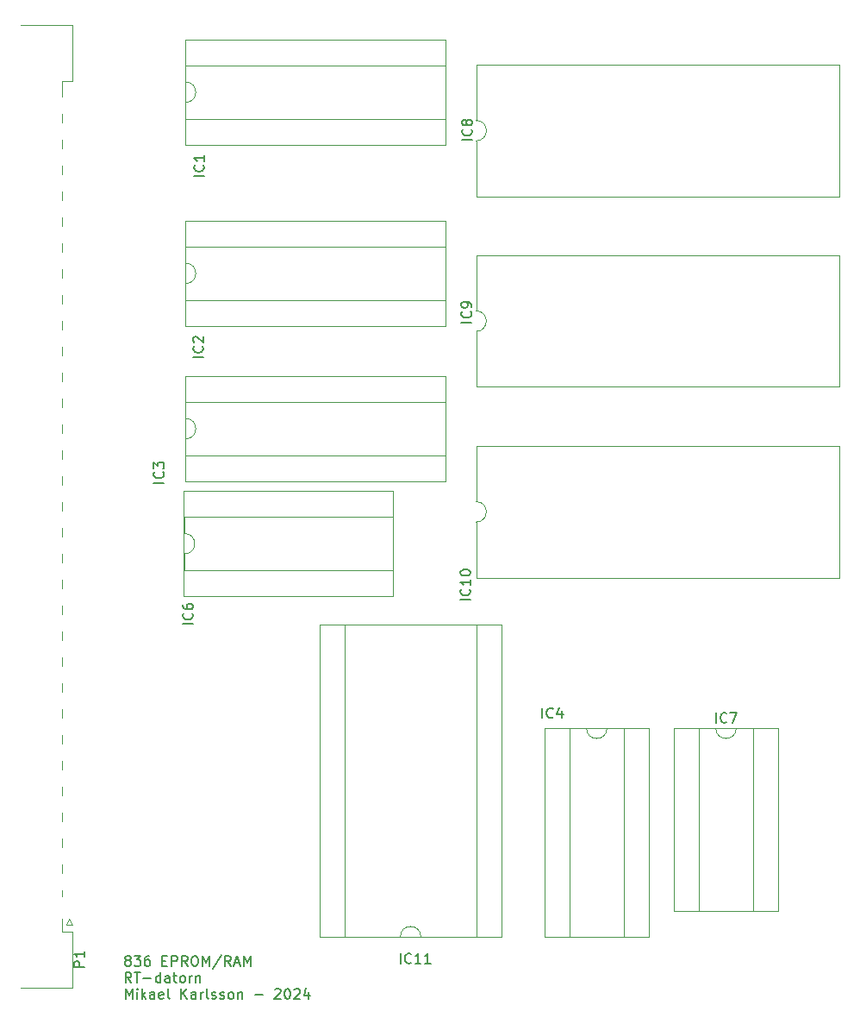
<source format=gbr>
%TF.GenerationSoftware,KiCad,Pcbnew,7.0.9*%
%TF.CreationDate,2024-04-21T12:45:51+02:00*%
%TF.ProjectId,C_-836,43c52d38-3336-42e6-9b69-6361645f7063,rev?*%
%TF.SameCoordinates,Original*%
%TF.FileFunction,Legend,Top*%
%TF.FilePolarity,Positive*%
%FSLAX46Y46*%
G04 Gerber Fmt 4.6, Leading zero omitted, Abs format (unit mm)*
G04 Created by KiCad (PCBNEW 7.0.9) date 2024-04-21 12:45:51*
%MOMM*%
%LPD*%
G01*
G04 APERTURE LIST*
%ADD10C,0.150000*%
%ADD11C,0.120000*%
G04 APERTURE END LIST*
D10*
X55546836Y-130291990D02*
X55451598Y-130244371D01*
X55451598Y-130244371D02*
X55403979Y-130196752D01*
X55403979Y-130196752D02*
X55356360Y-130101514D01*
X55356360Y-130101514D02*
X55356360Y-130053895D01*
X55356360Y-130053895D02*
X55403979Y-129958657D01*
X55403979Y-129958657D02*
X55451598Y-129911038D01*
X55451598Y-129911038D02*
X55546836Y-129863419D01*
X55546836Y-129863419D02*
X55737312Y-129863419D01*
X55737312Y-129863419D02*
X55832550Y-129911038D01*
X55832550Y-129911038D02*
X55880169Y-129958657D01*
X55880169Y-129958657D02*
X55927788Y-130053895D01*
X55927788Y-130053895D02*
X55927788Y-130101514D01*
X55927788Y-130101514D02*
X55880169Y-130196752D01*
X55880169Y-130196752D02*
X55832550Y-130244371D01*
X55832550Y-130244371D02*
X55737312Y-130291990D01*
X55737312Y-130291990D02*
X55546836Y-130291990D01*
X55546836Y-130291990D02*
X55451598Y-130339609D01*
X55451598Y-130339609D02*
X55403979Y-130387228D01*
X55403979Y-130387228D02*
X55356360Y-130482466D01*
X55356360Y-130482466D02*
X55356360Y-130672942D01*
X55356360Y-130672942D02*
X55403979Y-130768180D01*
X55403979Y-130768180D02*
X55451598Y-130815800D01*
X55451598Y-130815800D02*
X55546836Y-130863419D01*
X55546836Y-130863419D02*
X55737312Y-130863419D01*
X55737312Y-130863419D02*
X55832550Y-130815800D01*
X55832550Y-130815800D02*
X55880169Y-130768180D01*
X55880169Y-130768180D02*
X55927788Y-130672942D01*
X55927788Y-130672942D02*
X55927788Y-130482466D01*
X55927788Y-130482466D02*
X55880169Y-130387228D01*
X55880169Y-130387228D02*
X55832550Y-130339609D01*
X55832550Y-130339609D02*
X55737312Y-130291990D01*
X56261122Y-129863419D02*
X56880169Y-129863419D01*
X56880169Y-129863419D02*
X56546836Y-130244371D01*
X56546836Y-130244371D02*
X56689693Y-130244371D01*
X56689693Y-130244371D02*
X56784931Y-130291990D01*
X56784931Y-130291990D02*
X56832550Y-130339609D01*
X56832550Y-130339609D02*
X56880169Y-130434847D01*
X56880169Y-130434847D02*
X56880169Y-130672942D01*
X56880169Y-130672942D02*
X56832550Y-130768180D01*
X56832550Y-130768180D02*
X56784931Y-130815800D01*
X56784931Y-130815800D02*
X56689693Y-130863419D01*
X56689693Y-130863419D02*
X56403979Y-130863419D01*
X56403979Y-130863419D02*
X56308741Y-130815800D01*
X56308741Y-130815800D02*
X56261122Y-130768180D01*
X57737312Y-129863419D02*
X57546836Y-129863419D01*
X57546836Y-129863419D02*
X57451598Y-129911038D01*
X57451598Y-129911038D02*
X57403979Y-129958657D01*
X57403979Y-129958657D02*
X57308741Y-130101514D01*
X57308741Y-130101514D02*
X57261122Y-130291990D01*
X57261122Y-130291990D02*
X57261122Y-130672942D01*
X57261122Y-130672942D02*
X57308741Y-130768180D01*
X57308741Y-130768180D02*
X57356360Y-130815800D01*
X57356360Y-130815800D02*
X57451598Y-130863419D01*
X57451598Y-130863419D02*
X57642074Y-130863419D01*
X57642074Y-130863419D02*
X57737312Y-130815800D01*
X57737312Y-130815800D02*
X57784931Y-130768180D01*
X57784931Y-130768180D02*
X57832550Y-130672942D01*
X57832550Y-130672942D02*
X57832550Y-130434847D01*
X57832550Y-130434847D02*
X57784931Y-130339609D01*
X57784931Y-130339609D02*
X57737312Y-130291990D01*
X57737312Y-130291990D02*
X57642074Y-130244371D01*
X57642074Y-130244371D02*
X57451598Y-130244371D01*
X57451598Y-130244371D02*
X57356360Y-130291990D01*
X57356360Y-130291990D02*
X57308741Y-130339609D01*
X57308741Y-130339609D02*
X57261122Y-130434847D01*
X59023027Y-130339609D02*
X59356360Y-130339609D01*
X59499217Y-130863419D02*
X59023027Y-130863419D01*
X59023027Y-130863419D02*
X59023027Y-129863419D01*
X59023027Y-129863419D02*
X59499217Y-129863419D01*
X59927789Y-130863419D02*
X59927789Y-129863419D01*
X59927789Y-129863419D02*
X60308741Y-129863419D01*
X60308741Y-129863419D02*
X60403979Y-129911038D01*
X60403979Y-129911038D02*
X60451598Y-129958657D01*
X60451598Y-129958657D02*
X60499217Y-130053895D01*
X60499217Y-130053895D02*
X60499217Y-130196752D01*
X60499217Y-130196752D02*
X60451598Y-130291990D01*
X60451598Y-130291990D02*
X60403979Y-130339609D01*
X60403979Y-130339609D02*
X60308741Y-130387228D01*
X60308741Y-130387228D02*
X59927789Y-130387228D01*
X61499217Y-130863419D02*
X61165884Y-130387228D01*
X60927789Y-130863419D02*
X60927789Y-129863419D01*
X60927789Y-129863419D02*
X61308741Y-129863419D01*
X61308741Y-129863419D02*
X61403979Y-129911038D01*
X61403979Y-129911038D02*
X61451598Y-129958657D01*
X61451598Y-129958657D02*
X61499217Y-130053895D01*
X61499217Y-130053895D02*
X61499217Y-130196752D01*
X61499217Y-130196752D02*
X61451598Y-130291990D01*
X61451598Y-130291990D02*
X61403979Y-130339609D01*
X61403979Y-130339609D02*
X61308741Y-130387228D01*
X61308741Y-130387228D02*
X60927789Y-130387228D01*
X62118265Y-129863419D02*
X62308741Y-129863419D01*
X62308741Y-129863419D02*
X62403979Y-129911038D01*
X62403979Y-129911038D02*
X62499217Y-130006276D01*
X62499217Y-130006276D02*
X62546836Y-130196752D01*
X62546836Y-130196752D02*
X62546836Y-130530085D01*
X62546836Y-130530085D02*
X62499217Y-130720561D01*
X62499217Y-130720561D02*
X62403979Y-130815800D01*
X62403979Y-130815800D02*
X62308741Y-130863419D01*
X62308741Y-130863419D02*
X62118265Y-130863419D01*
X62118265Y-130863419D02*
X62023027Y-130815800D01*
X62023027Y-130815800D02*
X61927789Y-130720561D01*
X61927789Y-130720561D02*
X61880170Y-130530085D01*
X61880170Y-130530085D02*
X61880170Y-130196752D01*
X61880170Y-130196752D02*
X61927789Y-130006276D01*
X61927789Y-130006276D02*
X62023027Y-129911038D01*
X62023027Y-129911038D02*
X62118265Y-129863419D01*
X62975408Y-130863419D02*
X62975408Y-129863419D01*
X62975408Y-129863419D02*
X63308741Y-130577704D01*
X63308741Y-130577704D02*
X63642074Y-129863419D01*
X63642074Y-129863419D02*
X63642074Y-130863419D01*
X64832550Y-129815800D02*
X63975408Y-131101514D01*
X65737312Y-130863419D02*
X65403979Y-130387228D01*
X65165884Y-130863419D02*
X65165884Y-129863419D01*
X65165884Y-129863419D02*
X65546836Y-129863419D01*
X65546836Y-129863419D02*
X65642074Y-129911038D01*
X65642074Y-129911038D02*
X65689693Y-129958657D01*
X65689693Y-129958657D02*
X65737312Y-130053895D01*
X65737312Y-130053895D02*
X65737312Y-130196752D01*
X65737312Y-130196752D02*
X65689693Y-130291990D01*
X65689693Y-130291990D02*
X65642074Y-130339609D01*
X65642074Y-130339609D02*
X65546836Y-130387228D01*
X65546836Y-130387228D02*
X65165884Y-130387228D01*
X66118265Y-130577704D02*
X66594455Y-130577704D01*
X66023027Y-130863419D02*
X66356360Y-129863419D01*
X66356360Y-129863419D02*
X66689693Y-130863419D01*
X67023027Y-130863419D02*
X67023027Y-129863419D01*
X67023027Y-129863419D02*
X67356360Y-130577704D01*
X67356360Y-130577704D02*
X67689693Y-129863419D01*
X67689693Y-129863419D02*
X67689693Y-130863419D01*
X55975407Y-132473419D02*
X55642074Y-131997228D01*
X55403979Y-132473419D02*
X55403979Y-131473419D01*
X55403979Y-131473419D02*
X55784931Y-131473419D01*
X55784931Y-131473419D02*
X55880169Y-131521038D01*
X55880169Y-131521038D02*
X55927788Y-131568657D01*
X55927788Y-131568657D02*
X55975407Y-131663895D01*
X55975407Y-131663895D02*
X55975407Y-131806752D01*
X55975407Y-131806752D02*
X55927788Y-131901990D01*
X55927788Y-131901990D02*
X55880169Y-131949609D01*
X55880169Y-131949609D02*
X55784931Y-131997228D01*
X55784931Y-131997228D02*
X55403979Y-131997228D01*
X56261122Y-131473419D02*
X56832550Y-131473419D01*
X56546836Y-132473419D02*
X56546836Y-131473419D01*
X57165884Y-132092466D02*
X57927789Y-132092466D01*
X58832550Y-132473419D02*
X58832550Y-131473419D01*
X58832550Y-132425800D02*
X58737312Y-132473419D01*
X58737312Y-132473419D02*
X58546836Y-132473419D01*
X58546836Y-132473419D02*
X58451598Y-132425800D01*
X58451598Y-132425800D02*
X58403979Y-132378180D01*
X58403979Y-132378180D02*
X58356360Y-132282942D01*
X58356360Y-132282942D02*
X58356360Y-131997228D01*
X58356360Y-131997228D02*
X58403979Y-131901990D01*
X58403979Y-131901990D02*
X58451598Y-131854371D01*
X58451598Y-131854371D02*
X58546836Y-131806752D01*
X58546836Y-131806752D02*
X58737312Y-131806752D01*
X58737312Y-131806752D02*
X58832550Y-131854371D01*
X59737312Y-132473419D02*
X59737312Y-131949609D01*
X59737312Y-131949609D02*
X59689693Y-131854371D01*
X59689693Y-131854371D02*
X59594455Y-131806752D01*
X59594455Y-131806752D02*
X59403979Y-131806752D01*
X59403979Y-131806752D02*
X59308741Y-131854371D01*
X59737312Y-132425800D02*
X59642074Y-132473419D01*
X59642074Y-132473419D02*
X59403979Y-132473419D01*
X59403979Y-132473419D02*
X59308741Y-132425800D01*
X59308741Y-132425800D02*
X59261122Y-132330561D01*
X59261122Y-132330561D02*
X59261122Y-132235323D01*
X59261122Y-132235323D02*
X59308741Y-132140085D01*
X59308741Y-132140085D02*
X59403979Y-132092466D01*
X59403979Y-132092466D02*
X59642074Y-132092466D01*
X59642074Y-132092466D02*
X59737312Y-132044847D01*
X60070646Y-131806752D02*
X60451598Y-131806752D01*
X60213503Y-131473419D02*
X60213503Y-132330561D01*
X60213503Y-132330561D02*
X60261122Y-132425800D01*
X60261122Y-132425800D02*
X60356360Y-132473419D01*
X60356360Y-132473419D02*
X60451598Y-132473419D01*
X60927789Y-132473419D02*
X60832551Y-132425800D01*
X60832551Y-132425800D02*
X60784932Y-132378180D01*
X60784932Y-132378180D02*
X60737313Y-132282942D01*
X60737313Y-132282942D02*
X60737313Y-131997228D01*
X60737313Y-131997228D02*
X60784932Y-131901990D01*
X60784932Y-131901990D02*
X60832551Y-131854371D01*
X60832551Y-131854371D02*
X60927789Y-131806752D01*
X60927789Y-131806752D02*
X61070646Y-131806752D01*
X61070646Y-131806752D02*
X61165884Y-131854371D01*
X61165884Y-131854371D02*
X61213503Y-131901990D01*
X61213503Y-131901990D02*
X61261122Y-131997228D01*
X61261122Y-131997228D02*
X61261122Y-132282942D01*
X61261122Y-132282942D02*
X61213503Y-132378180D01*
X61213503Y-132378180D02*
X61165884Y-132425800D01*
X61165884Y-132425800D02*
X61070646Y-132473419D01*
X61070646Y-132473419D02*
X60927789Y-132473419D01*
X61689694Y-132473419D02*
X61689694Y-131806752D01*
X61689694Y-131997228D02*
X61737313Y-131901990D01*
X61737313Y-131901990D02*
X61784932Y-131854371D01*
X61784932Y-131854371D02*
X61880170Y-131806752D01*
X61880170Y-131806752D02*
X61975408Y-131806752D01*
X62308742Y-131806752D02*
X62308742Y-132473419D01*
X62308742Y-131901990D02*
X62356361Y-131854371D01*
X62356361Y-131854371D02*
X62451599Y-131806752D01*
X62451599Y-131806752D02*
X62594456Y-131806752D01*
X62594456Y-131806752D02*
X62689694Y-131854371D01*
X62689694Y-131854371D02*
X62737313Y-131949609D01*
X62737313Y-131949609D02*
X62737313Y-132473419D01*
X55403979Y-134083419D02*
X55403979Y-133083419D01*
X55403979Y-133083419D02*
X55737312Y-133797704D01*
X55737312Y-133797704D02*
X56070645Y-133083419D01*
X56070645Y-133083419D02*
X56070645Y-134083419D01*
X56546836Y-134083419D02*
X56546836Y-133416752D01*
X56546836Y-133083419D02*
X56499217Y-133131038D01*
X56499217Y-133131038D02*
X56546836Y-133178657D01*
X56546836Y-133178657D02*
X56594455Y-133131038D01*
X56594455Y-133131038D02*
X56546836Y-133083419D01*
X56546836Y-133083419D02*
X56546836Y-133178657D01*
X57023026Y-134083419D02*
X57023026Y-133083419D01*
X57118264Y-133702466D02*
X57403978Y-134083419D01*
X57403978Y-133416752D02*
X57023026Y-133797704D01*
X58261121Y-134083419D02*
X58261121Y-133559609D01*
X58261121Y-133559609D02*
X58213502Y-133464371D01*
X58213502Y-133464371D02*
X58118264Y-133416752D01*
X58118264Y-133416752D02*
X57927788Y-133416752D01*
X57927788Y-133416752D02*
X57832550Y-133464371D01*
X58261121Y-134035800D02*
X58165883Y-134083419D01*
X58165883Y-134083419D02*
X57927788Y-134083419D01*
X57927788Y-134083419D02*
X57832550Y-134035800D01*
X57832550Y-134035800D02*
X57784931Y-133940561D01*
X57784931Y-133940561D02*
X57784931Y-133845323D01*
X57784931Y-133845323D02*
X57832550Y-133750085D01*
X57832550Y-133750085D02*
X57927788Y-133702466D01*
X57927788Y-133702466D02*
X58165883Y-133702466D01*
X58165883Y-133702466D02*
X58261121Y-133654847D01*
X59118264Y-134035800D02*
X59023026Y-134083419D01*
X59023026Y-134083419D02*
X58832550Y-134083419D01*
X58832550Y-134083419D02*
X58737312Y-134035800D01*
X58737312Y-134035800D02*
X58689693Y-133940561D01*
X58689693Y-133940561D02*
X58689693Y-133559609D01*
X58689693Y-133559609D02*
X58737312Y-133464371D01*
X58737312Y-133464371D02*
X58832550Y-133416752D01*
X58832550Y-133416752D02*
X59023026Y-133416752D01*
X59023026Y-133416752D02*
X59118264Y-133464371D01*
X59118264Y-133464371D02*
X59165883Y-133559609D01*
X59165883Y-133559609D02*
X59165883Y-133654847D01*
X59165883Y-133654847D02*
X58689693Y-133750085D01*
X59737312Y-134083419D02*
X59642074Y-134035800D01*
X59642074Y-134035800D02*
X59594455Y-133940561D01*
X59594455Y-133940561D02*
X59594455Y-133083419D01*
X60880170Y-134083419D02*
X60880170Y-133083419D01*
X61451598Y-134083419D02*
X61023027Y-133511990D01*
X61451598Y-133083419D02*
X60880170Y-133654847D01*
X62308741Y-134083419D02*
X62308741Y-133559609D01*
X62308741Y-133559609D02*
X62261122Y-133464371D01*
X62261122Y-133464371D02*
X62165884Y-133416752D01*
X62165884Y-133416752D02*
X61975408Y-133416752D01*
X61975408Y-133416752D02*
X61880170Y-133464371D01*
X62308741Y-134035800D02*
X62213503Y-134083419D01*
X62213503Y-134083419D02*
X61975408Y-134083419D01*
X61975408Y-134083419D02*
X61880170Y-134035800D01*
X61880170Y-134035800D02*
X61832551Y-133940561D01*
X61832551Y-133940561D02*
X61832551Y-133845323D01*
X61832551Y-133845323D02*
X61880170Y-133750085D01*
X61880170Y-133750085D02*
X61975408Y-133702466D01*
X61975408Y-133702466D02*
X62213503Y-133702466D01*
X62213503Y-133702466D02*
X62308741Y-133654847D01*
X62784932Y-134083419D02*
X62784932Y-133416752D01*
X62784932Y-133607228D02*
X62832551Y-133511990D01*
X62832551Y-133511990D02*
X62880170Y-133464371D01*
X62880170Y-133464371D02*
X62975408Y-133416752D01*
X62975408Y-133416752D02*
X63070646Y-133416752D01*
X63546837Y-134083419D02*
X63451599Y-134035800D01*
X63451599Y-134035800D02*
X63403980Y-133940561D01*
X63403980Y-133940561D02*
X63403980Y-133083419D01*
X63880171Y-134035800D02*
X63975409Y-134083419D01*
X63975409Y-134083419D02*
X64165885Y-134083419D01*
X64165885Y-134083419D02*
X64261123Y-134035800D01*
X64261123Y-134035800D02*
X64308742Y-133940561D01*
X64308742Y-133940561D02*
X64308742Y-133892942D01*
X64308742Y-133892942D02*
X64261123Y-133797704D01*
X64261123Y-133797704D02*
X64165885Y-133750085D01*
X64165885Y-133750085D02*
X64023028Y-133750085D01*
X64023028Y-133750085D02*
X63927790Y-133702466D01*
X63927790Y-133702466D02*
X63880171Y-133607228D01*
X63880171Y-133607228D02*
X63880171Y-133559609D01*
X63880171Y-133559609D02*
X63927790Y-133464371D01*
X63927790Y-133464371D02*
X64023028Y-133416752D01*
X64023028Y-133416752D02*
X64165885Y-133416752D01*
X64165885Y-133416752D02*
X64261123Y-133464371D01*
X64689695Y-134035800D02*
X64784933Y-134083419D01*
X64784933Y-134083419D02*
X64975409Y-134083419D01*
X64975409Y-134083419D02*
X65070647Y-134035800D01*
X65070647Y-134035800D02*
X65118266Y-133940561D01*
X65118266Y-133940561D02*
X65118266Y-133892942D01*
X65118266Y-133892942D02*
X65070647Y-133797704D01*
X65070647Y-133797704D02*
X64975409Y-133750085D01*
X64975409Y-133750085D02*
X64832552Y-133750085D01*
X64832552Y-133750085D02*
X64737314Y-133702466D01*
X64737314Y-133702466D02*
X64689695Y-133607228D01*
X64689695Y-133607228D02*
X64689695Y-133559609D01*
X64689695Y-133559609D02*
X64737314Y-133464371D01*
X64737314Y-133464371D02*
X64832552Y-133416752D01*
X64832552Y-133416752D02*
X64975409Y-133416752D01*
X64975409Y-133416752D02*
X65070647Y-133464371D01*
X65689695Y-134083419D02*
X65594457Y-134035800D01*
X65594457Y-134035800D02*
X65546838Y-133988180D01*
X65546838Y-133988180D02*
X65499219Y-133892942D01*
X65499219Y-133892942D02*
X65499219Y-133607228D01*
X65499219Y-133607228D02*
X65546838Y-133511990D01*
X65546838Y-133511990D02*
X65594457Y-133464371D01*
X65594457Y-133464371D02*
X65689695Y-133416752D01*
X65689695Y-133416752D02*
X65832552Y-133416752D01*
X65832552Y-133416752D02*
X65927790Y-133464371D01*
X65927790Y-133464371D02*
X65975409Y-133511990D01*
X65975409Y-133511990D02*
X66023028Y-133607228D01*
X66023028Y-133607228D02*
X66023028Y-133892942D01*
X66023028Y-133892942D02*
X65975409Y-133988180D01*
X65975409Y-133988180D02*
X65927790Y-134035800D01*
X65927790Y-134035800D02*
X65832552Y-134083419D01*
X65832552Y-134083419D02*
X65689695Y-134083419D01*
X66451600Y-133416752D02*
X66451600Y-134083419D01*
X66451600Y-133511990D02*
X66499219Y-133464371D01*
X66499219Y-133464371D02*
X66594457Y-133416752D01*
X66594457Y-133416752D02*
X66737314Y-133416752D01*
X66737314Y-133416752D02*
X66832552Y-133464371D01*
X66832552Y-133464371D02*
X66880171Y-133559609D01*
X66880171Y-133559609D02*
X66880171Y-134083419D01*
X68118267Y-133702466D02*
X68880172Y-133702466D01*
X70070648Y-133178657D02*
X70118267Y-133131038D01*
X70118267Y-133131038D02*
X70213505Y-133083419D01*
X70213505Y-133083419D02*
X70451600Y-133083419D01*
X70451600Y-133083419D02*
X70546838Y-133131038D01*
X70546838Y-133131038D02*
X70594457Y-133178657D01*
X70594457Y-133178657D02*
X70642076Y-133273895D01*
X70642076Y-133273895D02*
X70642076Y-133369133D01*
X70642076Y-133369133D02*
X70594457Y-133511990D01*
X70594457Y-133511990D02*
X70023029Y-134083419D01*
X70023029Y-134083419D02*
X70642076Y-134083419D01*
X71261124Y-133083419D02*
X71356362Y-133083419D01*
X71356362Y-133083419D02*
X71451600Y-133131038D01*
X71451600Y-133131038D02*
X71499219Y-133178657D01*
X71499219Y-133178657D02*
X71546838Y-133273895D01*
X71546838Y-133273895D02*
X71594457Y-133464371D01*
X71594457Y-133464371D02*
X71594457Y-133702466D01*
X71594457Y-133702466D02*
X71546838Y-133892942D01*
X71546838Y-133892942D02*
X71499219Y-133988180D01*
X71499219Y-133988180D02*
X71451600Y-134035800D01*
X71451600Y-134035800D02*
X71356362Y-134083419D01*
X71356362Y-134083419D02*
X71261124Y-134083419D01*
X71261124Y-134083419D02*
X71165886Y-134035800D01*
X71165886Y-134035800D02*
X71118267Y-133988180D01*
X71118267Y-133988180D02*
X71070648Y-133892942D01*
X71070648Y-133892942D02*
X71023029Y-133702466D01*
X71023029Y-133702466D02*
X71023029Y-133464371D01*
X71023029Y-133464371D02*
X71070648Y-133273895D01*
X71070648Y-133273895D02*
X71118267Y-133178657D01*
X71118267Y-133178657D02*
X71165886Y-133131038D01*
X71165886Y-133131038D02*
X71261124Y-133083419D01*
X71975410Y-133178657D02*
X72023029Y-133131038D01*
X72023029Y-133131038D02*
X72118267Y-133083419D01*
X72118267Y-133083419D02*
X72356362Y-133083419D01*
X72356362Y-133083419D02*
X72451600Y-133131038D01*
X72451600Y-133131038D02*
X72499219Y-133178657D01*
X72499219Y-133178657D02*
X72546838Y-133273895D01*
X72546838Y-133273895D02*
X72546838Y-133369133D01*
X72546838Y-133369133D02*
X72499219Y-133511990D01*
X72499219Y-133511990D02*
X71927791Y-134083419D01*
X71927791Y-134083419D02*
X72546838Y-134083419D01*
X73403981Y-133416752D02*
X73403981Y-134083419D01*
X73165886Y-133035800D02*
X72927791Y-133750085D01*
X72927791Y-133750085D02*
X73546838Y-133750085D01*
X89456419Y-49794989D02*
X88456419Y-49794989D01*
X89361180Y-48747371D02*
X89408800Y-48794990D01*
X89408800Y-48794990D02*
X89456419Y-48937847D01*
X89456419Y-48937847D02*
X89456419Y-49033085D01*
X89456419Y-49033085D02*
X89408800Y-49175942D01*
X89408800Y-49175942D02*
X89313561Y-49271180D01*
X89313561Y-49271180D02*
X89218323Y-49318799D01*
X89218323Y-49318799D02*
X89027847Y-49366418D01*
X89027847Y-49366418D02*
X88884990Y-49366418D01*
X88884990Y-49366418D02*
X88694514Y-49318799D01*
X88694514Y-49318799D02*
X88599276Y-49271180D01*
X88599276Y-49271180D02*
X88504038Y-49175942D01*
X88504038Y-49175942D02*
X88456419Y-49033085D01*
X88456419Y-49033085D02*
X88456419Y-48937847D01*
X88456419Y-48937847D02*
X88504038Y-48794990D01*
X88504038Y-48794990D02*
X88551657Y-48747371D01*
X88884990Y-48175942D02*
X88837371Y-48271180D01*
X88837371Y-48271180D02*
X88789752Y-48318799D01*
X88789752Y-48318799D02*
X88694514Y-48366418D01*
X88694514Y-48366418D02*
X88646895Y-48366418D01*
X88646895Y-48366418D02*
X88551657Y-48318799D01*
X88551657Y-48318799D02*
X88504038Y-48271180D01*
X88504038Y-48271180D02*
X88456419Y-48175942D01*
X88456419Y-48175942D02*
X88456419Y-47985466D01*
X88456419Y-47985466D02*
X88504038Y-47890228D01*
X88504038Y-47890228D02*
X88551657Y-47842609D01*
X88551657Y-47842609D02*
X88646895Y-47794990D01*
X88646895Y-47794990D02*
X88694514Y-47794990D01*
X88694514Y-47794990D02*
X88789752Y-47842609D01*
X88789752Y-47842609D02*
X88837371Y-47890228D01*
X88837371Y-47890228D02*
X88884990Y-47985466D01*
X88884990Y-47985466D02*
X88884990Y-48175942D01*
X88884990Y-48175942D02*
X88932609Y-48271180D01*
X88932609Y-48271180D02*
X88980228Y-48318799D01*
X88980228Y-48318799D02*
X89075466Y-48366418D01*
X89075466Y-48366418D02*
X89265942Y-48366418D01*
X89265942Y-48366418D02*
X89361180Y-48318799D01*
X89361180Y-48318799D02*
X89408800Y-48271180D01*
X89408800Y-48271180D02*
X89456419Y-48175942D01*
X89456419Y-48175942D02*
X89456419Y-47985466D01*
X89456419Y-47985466D02*
X89408800Y-47890228D01*
X89408800Y-47890228D02*
X89361180Y-47842609D01*
X89361180Y-47842609D02*
X89265942Y-47794990D01*
X89265942Y-47794990D02*
X89075466Y-47794990D01*
X89075466Y-47794990D02*
X88980228Y-47842609D01*
X88980228Y-47842609D02*
X88932609Y-47890228D01*
X88932609Y-47890228D02*
X88884990Y-47985466D01*
X82418419Y-130604419D02*
X82418419Y-129604419D01*
X83466037Y-130509180D02*
X83418418Y-130556800D01*
X83418418Y-130556800D02*
X83275561Y-130604419D01*
X83275561Y-130604419D02*
X83180323Y-130604419D01*
X83180323Y-130604419D02*
X83037466Y-130556800D01*
X83037466Y-130556800D02*
X82942228Y-130461561D01*
X82942228Y-130461561D02*
X82894609Y-130366323D01*
X82894609Y-130366323D02*
X82846990Y-130175847D01*
X82846990Y-130175847D02*
X82846990Y-130032990D01*
X82846990Y-130032990D02*
X82894609Y-129842514D01*
X82894609Y-129842514D02*
X82942228Y-129747276D01*
X82942228Y-129747276D02*
X83037466Y-129652038D01*
X83037466Y-129652038D02*
X83180323Y-129604419D01*
X83180323Y-129604419D02*
X83275561Y-129604419D01*
X83275561Y-129604419D02*
X83418418Y-129652038D01*
X83418418Y-129652038D02*
X83466037Y-129699657D01*
X84418418Y-130604419D02*
X83846990Y-130604419D01*
X84132704Y-130604419D02*
X84132704Y-129604419D01*
X84132704Y-129604419D02*
X84037466Y-129747276D01*
X84037466Y-129747276D02*
X83942228Y-129842514D01*
X83942228Y-129842514D02*
X83846990Y-129890133D01*
X85370799Y-130604419D02*
X84799371Y-130604419D01*
X85085085Y-130604419D02*
X85085085Y-129604419D01*
X85085085Y-129604419D02*
X84989847Y-129747276D01*
X84989847Y-129747276D02*
X84894609Y-129842514D01*
X84894609Y-129842514D02*
X84799371Y-129890133D01*
X63142019Y-53300189D02*
X62142019Y-53300189D01*
X63046780Y-52252571D02*
X63094400Y-52300190D01*
X63094400Y-52300190D02*
X63142019Y-52443047D01*
X63142019Y-52443047D02*
X63142019Y-52538285D01*
X63142019Y-52538285D02*
X63094400Y-52681142D01*
X63094400Y-52681142D02*
X62999161Y-52776380D01*
X62999161Y-52776380D02*
X62903923Y-52823999D01*
X62903923Y-52823999D02*
X62713447Y-52871618D01*
X62713447Y-52871618D02*
X62570590Y-52871618D01*
X62570590Y-52871618D02*
X62380114Y-52823999D01*
X62380114Y-52823999D02*
X62284876Y-52776380D01*
X62284876Y-52776380D02*
X62189638Y-52681142D01*
X62189638Y-52681142D02*
X62142019Y-52538285D01*
X62142019Y-52538285D02*
X62142019Y-52443047D01*
X62142019Y-52443047D02*
X62189638Y-52300190D01*
X62189638Y-52300190D02*
X62237257Y-52252571D01*
X63142019Y-51300190D02*
X63142019Y-51871618D01*
X63142019Y-51585904D02*
X62142019Y-51585904D01*
X62142019Y-51585904D02*
X62284876Y-51681142D01*
X62284876Y-51681142D02*
X62380114Y-51776380D01*
X62380114Y-51776380D02*
X62427733Y-51871618D01*
X63040419Y-71080189D02*
X62040419Y-71080189D01*
X62945180Y-70032571D02*
X62992800Y-70080190D01*
X62992800Y-70080190D02*
X63040419Y-70223047D01*
X63040419Y-70223047D02*
X63040419Y-70318285D01*
X63040419Y-70318285D02*
X62992800Y-70461142D01*
X62992800Y-70461142D02*
X62897561Y-70556380D01*
X62897561Y-70556380D02*
X62802323Y-70603999D01*
X62802323Y-70603999D02*
X62611847Y-70651618D01*
X62611847Y-70651618D02*
X62468990Y-70651618D01*
X62468990Y-70651618D02*
X62278514Y-70603999D01*
X62278514Y-70603999D02*
X62183276Y-70556380D01*
X62183276Y-70556380D02*
X62088038Y-70461142D01*
X62088038Y-70461142D02*
X62040419Y-70318285D01*
X62040419Y-70318285D02*
X62040419Y-70223047D01*
X62040419Y-70223047D02*
X62088038Y-70080190D01*
X62088038Y-70080190D02*
X62135657Y-70032571D01*
X62135657Y-69651618D02*
X62088038Y-69603999D01*
X62088038Y-69603999D02*
X62040419Y-69508761D01*
X62040419Y-69508761D02*
X62040419Y-69270666D01*
X62040419Y-69270666D02*
X62088038Y-69175428D01*
X62088038Y-69175428D02*
X62135657Y-69127809D01*
X62135657Y-69127809D02*
X62230895Y-69080190D01*
X62230895Y-69080190D02*
X62326133Y-69080190D01*
X62326133Y-69080190D02*
X62468990Y-69127809D01*
X62468990Y-69127809D02*
X63040419Y-69699237D01*
X63040419Y-69699237D02*
X63040419Y-69080190D01*
X51340419Y-130938494D02*
X50340419Y-130938494D01*
X50340419Y-130938494D02*
X50340419Y-130557542D01*
X50340419Y-130557542D02*
X50388038Y-130462304D01*
X50388038Y-130462304D02*
X50435657Y-130414685D01*
X50435657Y-130414685D02*
X50530895Y-130367066D01*
X50530895Y-130367066D02*
X50673752Y-130367066D01*
X50673752Y-130367066D02*
X50768990Y-130414685D01*
X50768990Y-130414685D02*
X50816609Y-130462304D01*
X50816609Y-130462304D02*
X50864228Y-130557542D01*
X50864228Y-130557542D02*
X50864228Y-130938494D01*
X51340419Y-129414685D02*
X51340419Y-129986113D01*
X51340419Y-129700399D02*
X50340419Y-129700399D01*
X50340419Y-129700399D02*
X50483276Y-129795637D01*
X50483276Y-129795637D02*
X50578514Y-129890875D01*
X50578514Y-129890875D02*
X50626133Y-129986113D01*
X113425410Y-106984219D02*
X113425410Y-105984219D01*
X114473028Y-106888980D02*
X114425409Y-106936600D01*
X114425409Y-106936600D02*
X114282552Y-106984219D01*
X114282552Y-106984219D02*
X114187314Y-106984219D01*
X114187314Y-106984219D02*
X114044457Y-106936600D01*
X114044457Y-106936600D02*
X113949219Y-106841361D01*
X113949219Y-106841361D02*
X113901600Y-106746123D01*
X113901600Y-106746123D02*
X113853981Y-106555647D01*
X113853981Y-106555647D02*
X113853981Y-106412790D01*
X113853981Y-106412790D02*
X113901600Y-106222314D01*
X113901600Y-106222314D02*
X113949219Y-106127076D01*
X113949219Y-106127076D02*
X114044457Y-106031838D01*
X114044457Y-106031838D02*
X114187314Y-105984219D01*
X114187314Y-105984219D02*
X114282552Y-105984219D01*
X114282552Y-105984219D02*
X114425409Y-106031838D01*
X114425409Y-106031838D02*
X114473028Y-106079457D01*
X114806362Y-105984219D02*
X115473028Y-105984219D01*
X115473028Y-105984219D02*
X115044457Y-106984219D01*
X89304019Y-94924380D02*
X88304019Y-94924380D01*
X89208780Y-93876762D02*
X89256400Y-93924381D01*
X89256400Y-93924381D02*
X89304019Y-94067238D01*
X89304019Y-94067238D02*
X89304019Y-94162476D01*
X89304019Y-94162476D02*
X89256400Y-94305333D01*
X89256400Y-94305333D02*
X89161161Y-94400571D01*
X89161161Y-94400571D02*
X89065923Y-94448190D01*
X89065923Y-94448190D02*
X88875447Y-94495809D01*
X88875447Y-94495809D02*
X88732590Y-94495809D01*
X88732590Y-94495809D02*
X88542114Y-94448190D01*
X88542114Y-94448190D02*
X88446876Y-94400571D01*
X88446876Y-94400571D02*
X88351638Y-94305333D01*
X88351638Y-94305333D02*
X88304019Y-94162476D01*
X88304019Y-94162476D02*
X88304019Y-94067238D01*
X88304019Y-94067238D02*
X88351638Y-93924381D01*
X88351638Y-93924381D02*
X88399257Y-93876762D01*
X89304019Y-92924381D02*
X89304019Y-93495809D01*
X89304019Y-93210095D02*
X88304019Y-93210095D01*
X88304019Y-93210095D02*
X88446876Y-93305333D01*
X88446876Y-93305333D02*
X88542114Y-93400571D01*
X88542114Y-93400571D02*
X88589733Y-93495809D01*
X88304019Y-92305333D02*
X88304019Y-92210095D01*
X88304019Y-92210095D02*
X88351638Y-92114857D01*
X88351638Y-92114857D02*
X88399257Y-92067238D01*
X88399257Y-92067238D02*
X88494495Y-92019619D01*
X88494495Y-92019619D02*
X88684971Y-91972000D01*
X88684971Y-91972000D02*
X88923066Y-91972000D01*
X88923066Y-91972000D02*
X89113542Y-92019619D01*
X89113542Y-92019619D02*
X89208780Y-92067238D01*
X89208780Y-92067238D02*
X89256400Y-92114857D01*
X89256400Y-92114857D02*
X89304019Y-92210095D01*
X89304019Y-92210095D02*
X89304019Y-92305333D01*
X89304019Y-92305333D02*
X89256400Y-92400571D01*
X89256400Y-92400571D02*
X89208780Y-92448190D01*
X89208780Y-92448190D02*
X89113542Y-92495809D01*
X89113542Y-92495809D02*
X88923066Y-92543428D01*
X88923066Y-92543428D02*
X88684971Y-92543428D01*
X88684971Y-92543428D02*
X88494495Y-92495809D01*
X88494495Y-92495809D02*
X88399257Y-92448190D01*
X88399257Y-92448190D02*
X88351638Y-92400571D01*
X88351638Y-92400571D02*
X88304019Y-92305333D01*
X59179619Y-83424589D02*
X58179619Y-83424589D01*
X59084380Y-82376971D02*
X59132000Y-82424590D01*
X59132000Y-82424590D02*
X59179619Y-82567447D01*
X59179619Y-82567447D02*
X59179619Y-82662685D01*
X59179619Y-82662685D02*
X59132000Y-82805542D01*
X59132000Y-82805542D02*
X59036761Y-82900780D01*
X59036761Y-82900780D02*
X58941523Y-82948399D01*
X58941523Y-82948399D02*
X58751047Y-82996018D01*
X58751047Y-82996018D02*
X58608190Y-82996018D01*
X58608190Y-82996018D02*
X58417714Y-82948399D01*
X58417714Y-82948399D02*
X58322476Y-82900780D01*
X58322476Y-82900780D02*
X58227238Y-82805542D01*
X58227238Y-82805542D02*
X58179619Y-82662685D01*
X58179619Y-82662685D02*
X58179619Y-82567447D01*
X58179619Y-82567447D02*
X58227238Y-82424590D01*
X58227238Y-82424590D02*
X58274857Y-82376971D01*
X58179619Y-82043637D02*
X58179619Y-81424590D01*
X58179619Y-81424590D02*
X58560571Y-81757923D01*
X58560571Y-81757923D02*
X58560571Y-81615066D01*
X58560571Y-81615066D02*
X58608190Y-81519828D01*
X58608190Y-81519828D02*
X58655809Y-81472209D01*
X58655809Y-81472209D02*
X58751047Y-81424590D01*
X58751047Y-81424590D02*
X58989142Y-81424590D01*
X58989142Y-81424590D02*
X59084380Y-81472209D01*
X59084380Y-81472209D02*
X59132000Y-81519828D01*
X59132000Y-81519828D02*
X59179619Y-81615066D01*
X59179619Y-81615066D02*
X59179619Y-81900780D01*
X59179619Y-81900780D02*
X59132000Y-81996018D01*
X59132000Y-81996018D02*
X59084380Y-82043637D01*
X89405619Y-67676589D02*
X88405619Y-67676589D01*
X89310380Y-66628971D02*
X89358000Y-66676590D01*
X89358000Y-66676590D02*
X89405619Y-66819447D01*
X89405619Y-66819447D02*
X89405619Y-66914685D01*
X89405619Y-66914685D02*
X89358000Y-67057542D01*
X89358000Y-67057542D02*
X89262761Y-67152780D01*
X89262761Y-67152780D02*
X89167523Y-67200399D01*
X89167523Y-67200399D02*
X88977047Y-67248018D01*
X88977047Y-67248018D02*
X88834190Y-67248018D01*
X88834190Y-67248018D02*
X88643714Y-67200399D01*
X88643714Y-67200399D02*
X88548476Y-67152780D01*
X88548476Y-67152780D02*
X88453238Y-67057542D01*
X88453238Y-67057542D02*
X88405619Y-66914685D01*
X88405619Y-66914685D02*
X88405619Y-66819447D01*
X88405619Y-66819447D02*
X88453238Y-66676590D01*
X88453238Y-66676590D02*
X88500857Y-66628971D01*
X89405619Y-66152780D02*
X89405619Y-65962304D01*
X89405619Y-65962304D02*
X89358000Y-65867066D01*
X89358000Y-65867066D02*
X89310380Y-65819447D01*
X89310380Y-65819447D02*
X89167523Y-65724209D01*
X89167523Y-65724209D02*
X88977047Y-65676590D01*
X88977047Y-65676590D02*
X88596095Y-65676590D01*
X88596095Y-65676590D02*
X88500857Y-65724209D01*
X88500857Y-65724209D02*
X88453238Y-65771828D01*
X88453238Y-65771828D02*
X88405619Y-65867066D01*
X88405619Y-65867066D02*
X88405619Y-66057542D01*
X88405619Y-66057542D02*
X88453238Y-66152780D01*
X88453238Y-66152780D02*
X88500857Y-66200399D01*
X88500857Y-66200399D02*
X88596095Y-66248018D01*
X88596095Y-66248018D02*
X88834190Y-66248018D01*
X88834190Y-66248018D02*
X88929428Y-66200399D01*
X88929428Y-66200399D02*
X88977047Y-66152780D01*
X88977047Y-66152780D02*
X89024666Y-66057542D01*
X89024666Y-66057542D02*
X89024666Y-65867066D01*
X89024666Y-65867066D02*
X88977047Y-65771828D01*
X88977047Y-65771828D02*
X88929428Y-65724209D01*
X88929428Y-65724209D02*
X88834190Y-65676590D01*
X62024419Y-97292989D02*
X61024419Y-97292989D01*
X61929180Y-96245371D02*
X61976800Y-96292990D01*
X61976800Y-96292990D02*
X62024419Y-96435847D01*
X62024419Y-96435847D02*
X62024419Y-96531085D01*
X62024419Y-96531085D02*
X61976800Y-96673942D01*
X61976800Y-96673942D02*
X61881561Y-96769180D01*
X61881561Y-96769180D02*
X61786323Y-96816799D01*
X61786323Y-96816799D02*
X61595847Y-96864418D01*
X61595847Y-96864418D02*
X61452990Y-96864418D01*
X61452990Y-96864418D02*
X61262514Y-96816799D01*
X61262514Y-96816799D02*
X61167276Y-96769180D01*
X61167276Y-96769180D02*
X61072038Y-96673942D01*
X61072038Y-96673942D02*
X61024419Y-96531085D01*
X61024419Y-96531085D02*
X61024419Y-96435847D01*
X61024419Y-96435847D02*
X61072038Y-96292990D01*
X61072038Y-96292990D02*
X61119657Y-96245371D01*
X61024419Y-95388228D02*
X61024419Y-95578704D01*
X61024419Y-95578704D02*
X61072038Y-95673942D01*
X61072038Y-95673942D02*
X61119657Y-95721561D01*
X61119657Y-95721561D02*
X61262514Y-95816799D01*
X61262514Y-95816799D02*
X61452990Y-95864418D01*
X61452990Y-95864418D02*
X61833942Y-95864418D01*
X61833942Y-95864418D02*
X61929180Y-95816799D01*
X61929180Y-95816799D02*
X61976800Y-95769180D01*
X61976800Y-95769180D02*
X62024419Y-95673942D01*
X62024419Y-95673942D02*
X62024419Y-95483466D01*
X62024419Y-95483466D02*
X61976800Y-95388228D01*
X61976800Y-95388228D02*
X61929180Y-95340609D01*
X61929180Y-95340609D02*
X61833942Y-95292990D01*
X61833942Y-95292990D02*
X61595847Y-95292990D01*
X61595847Y-95292990D02*
X61500609Y-95340609D01*
X61500609Y-95340609D02*
X61452990Y-95388228D01*
X61452990Y-95388228D02*
X61405371Y-95483466D01*
X61405371Y-95483466D02*
X61405371Y-95673942D01*
X61405371Y-95673942D02*
X61452990Y-95769180D01*
X61452990Y-95769180D02*
X61500609Y-95816799D01*
X61500609Y-95816799D02*
X61595847Y-95864418D01*
X96356610Y-106525219D02*
X96356610Y-105525219D01*
X97404228Y-106429980D02*
X97356609Y-106477600D01*
X97356609Y-106477600D02*
X97213752Y-106525219D01*
X97213752Y-106525219D02*
X97118514Y-106525219D01*
X97118514Y-106525219D02*
X96975657Y-106477600D01*
X96975657Y-106477600D02*
X96880419Y-106382361D01*
X96880419Y-106382361D02*
X96832800Y-106287123D01*
X96832800Y-106287123D02*
X96785181Y-106096647D01*
X96785181Y-106096647D02*
X96785181Y-105953790D01*
X96785181Y-105953790D02*
X96832800Y-105763314D01*
X96832800Y-105763314D02*
X96880419Y-105668076D01*
X96880419Y-105668076D02*
X96975657Y-105572838D01*
X96975657Y-105572838D02*
X97118514Y-105525219D01*
X97118514Y-105525219D02*
X97213752Y-105525219D01*
X97213752Y-105525219D02*
X97356609Y-105572838D01*
X97356609Y-105572838D02*
X97404228Y-105620457D01*
X98261371Y-105858552D02*
X98261371Y-106525219D01*
X98023276Y-105477600D02*
X97785181Y-106191885D01*
X97785181Y-106191885D02*
X98404228Y-106191885D01*
D11*
%TO.C,IC8*%
X89856000Y-55329600D02*
X125536000Y-55329600D01*
X125536000Y-55329600D02*
X125536000Y-42409600D01*
X89856000Y-49869600D02*
X89856000Y-55329600D01*
X89856000Y-42409600D02*
X89856000Y-47869600D01*
X125536000Y-42409600D02*
X89856000Y-42409600D01*
X89856000Y-49869600D02*
G75*
G03*
X89856000Y-47869600I0J1000000D01*
G01*
%TO.C,IC11*%
X92363600Y-128034400D02*
X92363600Y-97314400D01*
X92363600Y-97314400D02*
X74463600Y-97314400D01*
X89873600Y-127974400D02*
X89873600Y-97374400D01*
X89873600Y-97374400D02*
X76953600Y-97374400D01*
X84413600Y-127974400D02*
X89873600Y-127974400D01*
X76953600Y-127974400D02*
X82413600Y-127974400D01*
X76953600Y-97374400D02*
X76953600Y-127974400D01*
X74463600Y-128034400D02*
X92363600Y-128034400D01*
X74463600Y-97314400D02*
X74463600Y-128034400D01*
X84413600Y-127974400D02*
G75*
G03*
X82413600Y-127974400I-1000000J0D01*
G01*
%TO.C,IC1*%
X61246400Y-50250400D02*
X86886400Y-50250400D01*
X86886400Y-50250400D02*
X86886400Y-39970400D01*
X61306400Y-47760400D02*
X86826400Y-47760400D01*
X86826400Y-47760400D02*
X86826400Y-42460400D01*
X61306400Y-46110400D02*
X61306400Y-47760400D01*
X61306400Y-42460400D02*
X61306400Y-44110400D01*
X86826400Y-42460400D02*
X61306400Y-42460400D01*
X61246400Y-39970400D02*
X61246400Y-50250400D01*
X86886400Y-39970400D02*
X61246400Y-39970400D01*
X61306400Y-46110400D02*
G75*
G03*
X61306400Y-44110400I0J1000000D01*
G01*
%TO.C,IC2*%
X61246400Y-68030400D02*
X86886400Y-68030400D01*
X86886400Y-68030400D02*
X86886400Y-57750400D01*
X61306400Y-65540400D02*
X86826400Y-65540400D01*
X86826400Y-65540400D02*
X86826400Y-60240400D01*
X61306400Y-63890400D02*
X61306400Y-65540400D01*
X61306400Y-60240400D02*
X61306400Y-61890400D01*
X86826400Y-60240400D02*
X61306400Y-60240400D01*
X61246400Y-57750400D02*
X61246400Y-68030400D01*
X86886400Y-57750400D02*
X61246400Y-57750400D01*
X61306400Y-63890400D02*
G75*
G03*
X61306400Y-61890400I0J1000000D01*
G01*
%TO.C,P1*%
X45145600Y-133010400D02*
X50145600Y-133010400D01*
X50145600Y-133010400D02*
X50145600Y-127490400D01*
X49145600Y-127491400D02*
X49145600Y-126215400D01*
X50145600Y-127490400D02*
X49145600Y-127490400D01*
X49585600Y-126815400D02*
X50185600Y-126815400D01*
X50185600Y-126815400D02*
X49885600Y-126215400D01*
X49885600Y-126215400D02*
X49585600Y-126815400D01*
X49145600Y-124025400D02*
X49145600Y-123449400D01*
X49145600Y-121710400D02*
X49145600Y-120909400D01*
X49145600Y-119170400D02*
X49145600Y-118369400D01*
X49145600Y-116630400D02*
X49145600Y-115829400D01*
X49145600Y-114090400D02*
X49145600Y-113289400D01*
X49145600Y-111550400D02*
X49145600Y-110749400D01*
X49145600Y-109010400D02*
X49145600Y-108209400D01*
X49145600Y-106470400D02*
X49145600Y-105669400D01*
X49145600Y-103930400D02*
X49145600Y-103129400D01*
X49145600Y-101390400D02*
X49145600Y-100589400D01*
X49145600Y-98850400D02*
X49145600Y-98049400D01*
X49145600Y-96310400D02*
X49145600Y-95509400D01*
X49145600Y-93770400D02*
X49145600Y-92969400D01*
X49145600Y-91230400D02*
X49145600Y-90429400D01*
X49145600Y-88690400D02*
X49145600Y-87889400D01*
X49145600Y-86150400D02*
X49145600Y-85349400D01*
X49145600Y-83610400D02*
X49145600Y-82809400D01*
X49145600Y-81070400D02*
X49145600Y-80269400D01*
X49145600Y-78530400D02*
X49145600Y-77729400D01*
X49145600Y-75990400D02*
X49145600Y-75189400D01*
X49145600Y-73450400D02*
X49145600Y-72649400D01*
X49145600Y-70910400D02*
X49145600Y-70109400D01*
X49145600Y-68370400D02*
X49145600Y-67569400D01*
X49145600Y-65830400D02*
X49145600Y-65029400D01*
X49145600Y-63290400D02*
X49145600Y-62489400D01*
X49145600Y-60750400D02*
X49145600Y-59949400D01*
X49145600Y-58210400D02*
X49145600Y-57409400D01*
X49145600Y-55670400D02*
X49145600Y-54869400D01*
X49145600Y-53130400D02*
X49145600Y-52329400D01*
X49145600Y-50590400D02*
X49145600Y-49789400D01*
X49145600Y-48050400D02*
X49145600Y-47249400D01*
X49145600Y-45510400D02*
X49145600Y-44010400D01*
X50145600Y-44010400D02*
X49145600Y-44010400D01*
X45145600Y-38490400D02*
X50145600Y-38490400D01*
X50145600Y-38490400D02*
X50145600Y-44010400D01*
%TO.C,IC7*%
X109261600Y-107469400D02*
X109261600Y-125489400D01*
X109261600Y-125489400D02*
X119541600Y-125489400D01*
X111751600Y-107529400D02*
X111751600Y-125429400D01*
X111751600Y-125429400D02*
X117051600Y-125429400D01*
X113401600Y-107529400D02*
X111751600Y-107529400D01*
X117051600Y-107529400D02*
X115401600Y-107529400D01*
X117051600Y-125429400D02*
X117051600Y-107529400D01*
X119541600Y-107469400D02*
X109261600Y-107469400D01*
X119541600Y-125489400D02*
X119541600Y-107469400D01*
X113401600Y-107529400D02*
G75*
G03*
X115401600Y-107529400I1000000J0D01*
G01*
%TO.C,IC10*%
X89856000Y-92743800D02*
X125536000Y-92743800D01*
X125536000Y-92743800D02*
X125536000Y-79823800D01*
X89856000Y-87283800D02*
X89856000Y-92743800D01*
X89856000Y-79823800D02*
X89856000Y-85283800D01*
X125536000Y-79823800D02*
X89856000Y-79823800D01*
X89856000Y-87283800D02*
G75*
G03*
X89856000Y-85283800I0J1000000D01*
G01*
%TO.C,IC3*%
X61246400Y-83270400D02*
X86886400Y-83270400D01*
X86886400Y-83270400D02*
X86886400Y-72990400D01*
X61306400Y-80780400D02*
X86826400Y-80780400D01*
X86826400Y-80780400D02*
X86826400Y-75480400D01*
X61306400Y-79130400D02*
X61306400Y-80780400D01*
X61306400Y-75480400D02*
X61306400Y-77130400D01*
X86826400Y-75480400D02*
X61306400Y-75480400D01*
X61246400Y-72990400D02*
X61246400Y-83270400D01*
X86886400Y-72990400D02*
X61246400Y-72990400D01*
X61306400Y-79130400D02*
G75*
G03*
X61306400Y-77130400I0J1000000D01*
G01*
%TO.C,IC9*%
X89856000Y-74024000D02*
X125536000Y-74024000D01*
X125536000Y-74024000D02*
X125536000Y-61104000D01*
X89856000Y-68564000D02*
X89856000Y-74024000D01*
X89856000Y-61104000D02*
X89856000Y-66564000D01*
X125536000Y-61104000D02*
X89856000Y-61104000D01*
X89856000Y-68564000D02*
G75*
G03*
X89856000Y-66564000I0J1000000D01*
G01*
%TO.C,IC6*%
X61144800Y-94548000D02*
X81704800Y-94548000D01*
X81704800Y-94548000D02*
X81704800Y-84268000D01*
X61204800Y-92058000D02*
X81644800Y-92058000D01*
X81644800Y-92058000D02*
X81644800Y-86758000D01*
X61204800Y-90408000D02*
X61204800Y-92058000D01*
X61204800Y-86758000D02*
X61204800Y-88408000D01*
X81644800Y-86758000D02*
X61204800Y-86758000D01*
X61144800Y-84268000D02*
X61144800Y-94548000D01*
X81704800Y-84268000D02*
X61144800Y-84268000D01*
X61204800Y-90408000D02*
G75*
G03*
X61204800Y-88408000I0J1000000D01*
G01*
%TO.C,IC4*%
X96561600Y-107474400D02*
X96561600Y-128034400D01*
X96561600Y-128034400D02*
X106841600Y-128034400D01*
X99051600Y-107534400D02*
X99051600Y-127974400D01*
X99051600Y-127974400D02*
X104351600Y-127974400D01*
X100701600Y-107534400D02*
X99051600Y-107534400D01*
X104351600Y-107534400D02*
X102701600Y-107534400D01*
X104351600Y-127974400D02*
X104351600Y-107534400D01*
X106841600Y-107474400D02*
X96561600Y-107474400D01*
X106841600Y-128034400D02*
X106841600Y-107474400D01*
X100701600Y-107534400D02*
G75*
G03*
X102701600Y-107534400I1000000J0D01*
G01*
%TD*%
M02*

</source>
